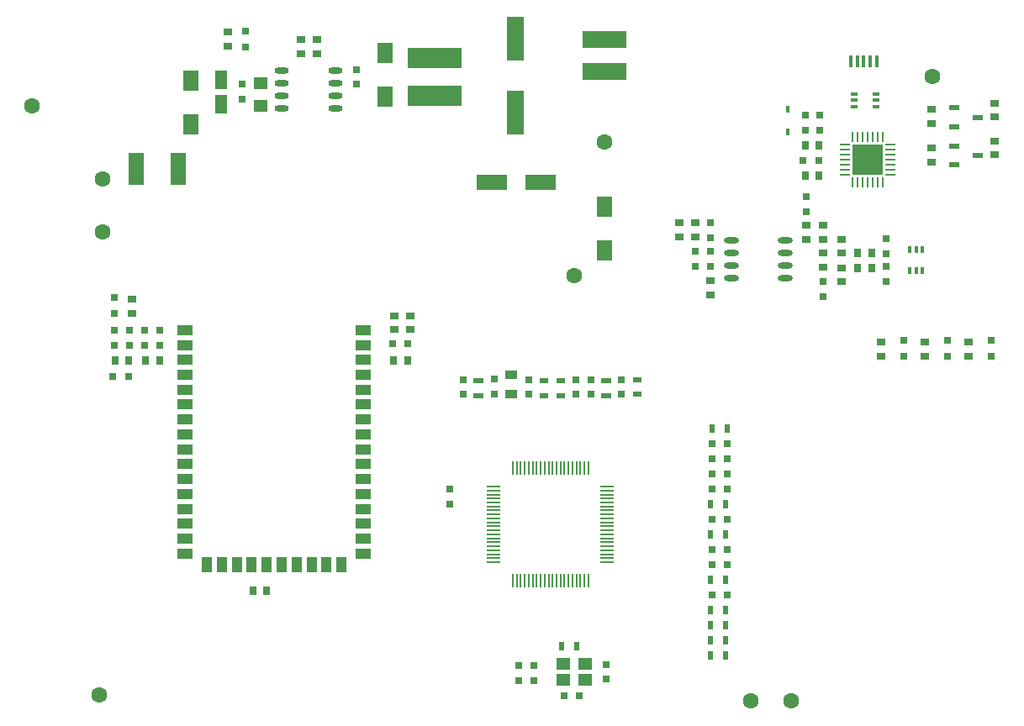
<source format=gtp>
%FSTAX23Y23*%
%MOIN*%
%SFA1B1*%

%IPPOS*%
%ADD20R,0.021700X0.035400*%
%ADD21R,0.031500X0.031500*%
%ADD22R,0.031500X0.031500*%
%ADD23R,0.031500X0.037400*%
%ADD24R,0.035400X0.021700*%
%ADD25R,0.039000X0.022400*%
%ADD26R,0.051200X0.035400*%
%ADD27R,0.037400X0.031500*%
%ADD28R,0.015700X0.031500*%
%ADD29R,0.039400X0.023600*%
%ADD30R,0.070900X0.173200*%
%ADD31R,0.061000X0.082700*%
%ADD32O,0.057100X0.023600*%
%ADD33R,0.055000X0.050000*%
%ADD34R,0.049200X0.076800*%
%ADD35C,0.063000*%
%ADD36O,0.059100X0.023600*%
%ADD37O,0.041300X0.009800*%
%ADD38O,0.009800X0.041300*%
%ADD39R,0.123200X0.123200*%
%ADD40R,0.031500X0.015700*%
%ADD41R,0.017700X0.051200*%
%ADD42R,0.059100X0.039400*%
%ADD43R,0.039400X0.059100*%
%ADD44O,0.055100X0.009800*%
%ADD45O,0.009800X0.055100*%
%ADD46R,0.055100X0.045300*%
%ADD47R,0.177200X0.068900*%
%ADD48R,0.216500X0.084600*%
%ADD49R,0.061000X0.126400*%
%ADD50R,0.124000X0.063000*%
%LNv1.0-1*%
%LPD*%
G54D20*
X03829Y02425D03*
X0377D03*
Y02485D03*
X03829D03*
X0377Y02545D03*
X03829D03*
Y02605D03*
X0377D03*
X03829Y02725D03*
X0377D03*
X03829Y02905D03*
X0377D03*
X03829Y03025D03*
X0377D03*
X0318Y0246D03*
X03239D03*
X03834Y03325D03*
X03775D03*
G54D21*
X03775Y02665D03*
X03834D03*
Y02785D03*
X03775D03*
X03834Y02845D03*
X03775D03*
X03834Y02965D03*
X03775D03*
X03834Y03085D03*
X03775D03*
X03834Y03145D03*
X03775D03*
X03834Y03205D03*
X03775D03*
X03834Y03265D03*
X03775D03*
X03249Y02265D03*
X0319D03*
X0251Y0366D03*
X02569D03*
X04199Y04387D03*
X04136D03*
X01461Y0353D03*
X01398D03*
G54D22*
X03355Y0233D03*
Y02389D03*
X03415Y03519D03*
Y0346D03*
X03295Y03519D03*
Y0346D03*
X03235Y03519D03*
Y0346D03*
X0305Y03519D03*
Y0346D03*
X02912Y0352D03*
Y03461D03*
X0279Y03519D03*
Y0346D03*
X0377Y04083D03*
Y04142D03*
Y03968D03*
Y04027D03*
X0371Y03968D03*
Y04027D03*
X04882Y03613D03*
Y03676D03*
X04708Y03613D03*
Y03676D03*
X04534Y03613D03*
Y03676D03*
X04465Y03968D03*
Y03909D03*
Y04018D03*
Y04077D03*
X0415Y04185D03*
Y04244D03*
X04215Y03907D03*
Y03848D03*
X02365Y0469D03*
Y04749D03*
X01911Y04632D03*
Y04691D03*
X01925Y04901D03*
Y04838D03*
X01404Y03845D03*
Y03782D03*
X01585Y03655D03*
Y03714D03*
X01525Y03655D03*
Y03714D03*
X01465Y03655D03*
Y03714D03*
X01405Y03655D03*
Y03714D03*
X04201Y04567D03*
Y04507D03*
X04146Y04567D03*
Y04507D03*
X02735Y03084D03*
Y03025D03*
X0301Y02384D03*
Y02325D03*
X0307Y02384D03*
Y02325D03*
G54D23*
X02512Y03595D03*
X02567D03*
X04144Y04447D03*
X04199D03*
X04144Y04327D03*
X04199D03*
X04407Y03963D03*
X04352D03*
X04407Y04023D03*
X04352D03*
X01585Y03595D03*
X01529D03*
X01462D03*
X01407D03*
X01954Y0268D03*
X0201D03*
G54D24*
X0348Y03519D03*
Y0346D03*
X03175Y03514D03*
Y03455D03*
X0311D03*
Y03514D03*
G54D25*
X03355Y03515D03*
Y03455D03*
X0285Y03515D03*
Y03455D03*
G54D26*
X0298Y03537D03*
Y03462D03*
G54D27*
X03645Y04085D03*
Y04141D03*
X0371Y04085D03*
Y04141D03*
X0377Y03911D03*
Y03855D03*
X04896Y0456D03*
Y04615D03*
Y0441D03*
Y04465D03*
X04646Y04535D03*
Y0459D03*
Y04382D03*
Y04438D03*
X04792Y03668D03*
Y03613D03*
X04618Y03668D03*
Y03613D03*
X04445Y03668D03*
Y03613D03*
X0429Y0402D03*
Y04076D03*
Y03908D03*
Y03963D03*
X04215Y04131D03*
Y04075D03*
X0415Y04131D03*
Y04075D03*
X04215Y04021D03*
Y03965D03*
X02145Y04812D03*
Y04867D03*
X0221D03*
Y04812D03*
X01854Y04898D03*
Y04843D03*
X01475Y03837D03*
Y03782D03*
X02515Y03772D03*
Y03717D03*
X0258Y03772D03*
Y03717D03*
G54D28*
X04076Y04593D03*
Y04502D03*
X04559Y04035D03*
X04585D03*
X0461D03*
Y03951D03*
X04559D03*
X04585D03*
G54D29*
X04829Y04559D03*
X04735Y04522D03*
Y04597D03*
X04828Y04407D03*
X04734Y0437D03*
Y04445D03*
G54D30*
X02995Y04579D03*
Y0487D03*
G54D31*
X0248Y04816D03*
Y04643D03*
X0171Y04706D03*
Y04533D03*
X0335Y04206D03*
Y04033D03*
G54D32*
X02282Y04595D03*
Y04645D03*
Y04695D03*
Y04745D03*
X02067Y04595D03*
Y04645D03*
Y04695D03*
Y04745D03*
G54D33*
X01985Y04605D03*
Y04695D03*
G54D34*
X0183Y04708D03*
Y04611D03*
G54D35*
X0108Y04605D03*
X0136Y04105D03*
Y04315D03*
X0409Y02245D03*
X03928D03*
X0323Y0393D03*
X01344Y02269D03*
X0335Y0446D03*
X0465Y0472D03*
G54D36*
X04066Y03923D03*
Y03973D03*
Y04023D03*
Y04073D03*
X03853Y03923D03*
Y03973D03*
Y04073D03*
Y04023D03*
G54D37*
X04482Y04452D03*
Y04432D03*
Y04412D03*
Y04392D03*
Y04373D03*
Y04353D03*
Y04333D03*
X04301D03*
Y04353D03*
Y04373D03*
Y04392D03*
Y04412D03*
Y04432D03*
Y04452D03*
G54D38*
X04451Y04302D03*
X04431D03*
X04411D03*
X04392D03*
X04372D03*
X04352D03*
X04332D03*
Y04483D03*
X04352D03*
X04372D03*
X04392D03*
X04431D03*
X04451D03*
X04411D03*
G54D39*
X04392Y04392D03*
G54D40*
X04424Y04653D03*
Y04627D03*
Y04602D03*
X04339D03*
Y04653D03*
Y04627D03*
G54D41*
X04427Y04783D03*
X04402D03*
X04376D03*
X04351D03*
X04325D03*
G54D42*
X01685Y03715D03*
X02393D03*
X01685Y03656D03*
Y03597D03*
Y03538D03*
Y03479D03*
Y0342D03*
Y03361D03*
Y03302D03*
Y03243D03*
Y03184D03*
Y03125D03*
Y03065D03*
Y03006D03*
Y02947D03*
Y02888D03*
Y02829D03*
X02393Y03656D03*
Y03597D03*
Y03538D03*
Y03479D03*
Y0342D03*
Y03361D03*
Y03302D03*
Y03243D03*
Y03184D03*
Y03125D03*
Y03065D03*
Y03006D03*
Y02947D03*
Y02888D03*
Y02829D03*
G54D43*
X02305Y02785D03*
X01773D03*
X01832D03*
X01891D03*
X0195D03*
X02246D03*
X02187D03*
X02127D03*
X02068D03*
X02009D03*
G54D44*
X03359Y02984D03*
Y03D03*
Y03047D03*
X0291Y03063D03*
X03359Y02795D03*
Y02811D03*
Y02826D03*
Y02842D03*
Y02858D03*
Y02874D03*
Y02889D03*
Y02905D03*
Y02921D03*
Y02937D03*
Y02952D03*
Y02968D03*
Y03015D03*
Y03031D03*
Y03063D03*
Y03078D03*
Y03094D03*
X0291D03*
Y03078D03*
Y03047D03*
Y03031D03*
Y03015D03*
Y03D03*
Y02984D03*
Y02968D03*
Y02952D03*
Y02937D03*
Y02921D03*
Y02905D03*
Y02889D03*
Y02874D03*
Y02858D03*
Y02842D03*
Y02826D03*
Y02811D03*
Y02795D03*
G54D45*
X03111Y03169D03*
X03079D03*
X03064D03*
X03048D03*
X03032D03*
X03016Y0272D03*
X03032D03*
X03048D03*
X03095D03*
X03284Y03169D03*
X03268D03*
X03253D03*
X03237D03*
X03221D03*
X03205D03*
X0319D03*
X03174D03*
X03158D03*
X03142D03*
X03127D03*
X03095D03*
X03016D03*
X03001D03*
X02985D03*
Y0272D03*
X03001D03*
X03064D03*
X03079D03*
X03111D03*
X03127D03*
X03142D03*
X03158D03*
X03174D03*
X0319D03*
X03205D03*
X03221D03*
X03237D03*
X03253D03*
X03268D03*
X03284D03*
G54D46*
X03186Y02391D03*
X03273Y02328D03*
X03186D03*
X03273Y02391D03*
G54D47*
X0335Y04869D03*
Y04741D03*
G54D48*
X02675Y04795D03*
Y04644D03*
G54D49*
X01657Y04355D03*
X01492D03*
G54D50*
X03096Y043D03*
X02903D03*
M02*
</source>
